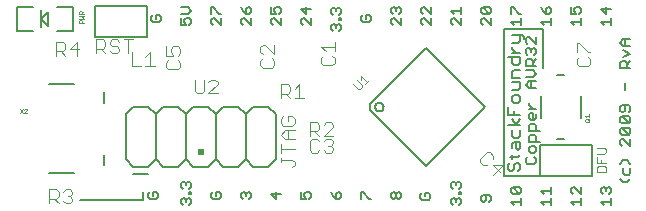
<source format=gto>
G75*
G70*
%OFA0B0*%
%FSLAX24Y24*%
%IPPOS*%
%LPD*%
%AMOC8*
5,1,8,0,0,1.08239X$1,22.5*
%
%ADD10C,0.0080*%
%ADD11C,0.0050*%
%ADD12C,0.0060*%
%ADD13C,0.0030*%
%ADD14C,0.0040*%
%ADD15C,0.0010*%
%ADD16R,0.0200X0.0200*%
D10*
X002994Y001297D02*
X005094Y001297D01*
X005094Y001557D01*
X005264Y002147D02*
X004764Y002147D01*
X003773Y002457D02*
X003773Y002811D01*
X002789Y002181D02*
X001962Y002181D01*
X003773Y004543D02*
X003773Y004897D01*
X002789Y005173D02*
X001962Y005173D01*
X002208Y006943D02*
X002759Y006943D01*
X002759Y007731D01*
X002208Y007731D01*
X001932Y007573D02*
X001696Y007337D01*
X001932Y007101D01*
X001932Y007573D01*
X001696Y007613D02*
X001696Y007337D01*
X001696Y007061D01*
X001420Y006943D02*
X000869Y006943D01*
X000869Y007731D01*
X001420Y007731D01*
X017114Y006997D02*
X017114Y002097D01*
X018314Y002097D01*
X018414Y005697D02*
X018414Y006997D01*
X017114Y006997D01*
D11*
X017382Y006810D02*
X017716Y006810D01*
X017782Y006744D01*
X017782Y006677D01*
X017839Y006667D02*
X017839Y006550D01*
X017897Y006492D01*
X017956Y006725D02*
X018189Y006492D01*
X018189Y006725D01*
X017956Y006725D02*
X017897Y006725D01*
X017839Y006667D01*
X017649Y006610D02*
X017649Y006810D01*
X017649Y006610D02*
X017582Y006543D01*
X017382Y006543D01*
X017382Y006398D02*
X017382Y006332D01*
X017516Y006198D01*
X017649Y006198D02*
X017382Y006198D01*
X017382Y006051D02*
X017382Y005851D01*
X017449Y005784D01*
X017582Y005784D01*
X017649Y005851D01*
X017649Y006051D01*
X017249Y006051D01*
X017839Y005930D02*
X017897Y005989D01*
X018014Y005989D01*
X018072Y005930D01*
X018072Y005755D01*
X018189Y005755D02*
X017839Y005755D01*
X017839Y005930D01*
X018072Y005872D02*
X018189Y005989D01*
X018131Y006124D02*
X018189Y006182D01*
X018189Y006299D01*
X018131Y006357D01*
X018072Y006357D01*
X018014Y006299D01*
X018014Y006240D01*
X018014Y006299D02*
X017956Y006357D01*
X017897Y006357D01*
X017839Y006299D01*
X017839Y006182D01*
X017897Y006124D01*
X017839Y005621D02*
X018072Y005621D01*
X018189Y005504D01*
X018072Y005387D01*
X017839Y005387D01*
X017956Y005252D02*
X018189Y005252D01*
X018014Y005252D02*
X018014Y005019D01*
X017956Y005019D02*
X018189Y005019D01*
X017956Y005019D02*
X017839Y005135D01*
X017956Y005252D01*
X017649Y005222D02*
X017382Y005222D01*
X017649Y005222D02*
X017649Y005022D01*
X017582Y004955D01*
X017382Y004955D01*
X017449Y004808D02*
X017382Y004741D01*
X017382Y004608D01*
X017449Y004541D01*
X017582Y004541D01*
X017649Y004608D01*
X017649Y004741D01*
X017582Y004808D01*
X017449Y004808D01*
X017956Y004519D02*
X017956Y004460D01*
X018072Y004344D01*
X017956Y004344D02*
X018189Y004344D01*
X018072Y004209D02*
X018072Y003975D01*
X018014Y003975D02*
X017956Y004034D01*
X017956Y004150D01*
X018014Y004209D01*
X018072Y004209D01*
X018189Y004150D02*
X018189Y004034D01*
X018131Y003975D01*
X018014Y003975D01*
X018345Y004043D02*
X018345Y004751D01*
X017249Y004393D02*
X017249Y004126D01*
X017649Y004126D01*
X017449Y004126D02*
X017449Y004260D01*
X017382Y003981D02*
X017516Y003781D01*
X017649Y003981D01*
X017649Y003781D02*
X017249Y003781D01*
X017382Y003634D02*
X017382Y003434D01*
X017449Y003367D01*
X017582Y003367D01*
X017649Y003434D01*
X017649Y003634D01*
X017956Y003607D02*
X017956Y003782D01*
X018014Y003840D01*
X018131Y003840D01*
X018189Y003782D01*
X018189Y003607D01*
X018306Y003607D02*
X017956Y003607D01*
X018014Y003472D02*
X017956Y003414D01*
X017956Y003239D01*
X018306Y003239D01*
X018189Y003239D02*
X018189Y003414D01*
X018131Y003472D01*
X018014Y003472D01*
X017649Y003219D02*
X017449Y003219D01*
X017382Y003153D01*
X017382Y003019D01*
X017516Y003019D02*
X017516Y003219D01*
X017649Y003219D02*
X017649Y003019D01*
X017582Y002953D01*
X017516Y003019D01*
X017649Y002810D02*
X017582Y002743D01*
X017315Y002743D01*
X017382Y002676D02*
X017382Y002810D01*
X017839Y002677D02*
X017839Y002560D01*
X017897Y002502D01*
X018131Y002502D01*
X018189Y002560D01*
X018189Y002677D01*
X018131Y002736D01*
X018131Y002870D02*
X018189Y002929D01*
X018189Y003045D01*
X018131Y003104D01*
X018014Y003104D01*
X017956Y003045D01*
X017956Y002929D01*
X018014Y002870D01*
X018131Y002870D01*
X017897Y002736D02*
X017839Y002677D01*
X017649Y002462D02*
X017649Y002329D01*
X017582Y002262D01*
X017449Y002329D02*
X017449Y002462D01*
X017516Y002529D01*
X017582Y002529D01*
X017649Y002462D01*
X017449Y002329D02*
X017382Y002262D01*
X017315Y002262D01*
X017249Y002329D01*
X017249Y002462D01*
X017315Y002529D01*
X018328Y002105D02*
X018328Y003129D01*
X020060Y003129D01*
X020060Y002105D01*
X018328Y002105D01*
X020979Y001999D02*
X021096Y001882D01*
X021212Y001882D01*
X021329Y001999D01*
X021271Y002128D02*
X021154Y002128D01*
X021096Y002186D01*
X021096Y002361D01*
X021329Y002361D02*
X021329Y002186D01*
X021271Y002128D01*
X021329Y002496D02*
X021212Y002613D01*
X021096Y002613D01*
X020979Y002496D01*
X021037Y003110D02*
X020979Y003168D01*
X020979Y003285D01*
X021037Y003343D01*
X021096Y003343D01*
X021329Y003110D01*
X021329Y003343D01*
X021271Y003478D02*
X021037Y003478D01*
X020979Y003536D01*
X020979Y003653D01*
X021037Y003711D01*
X021271Y003478D01*
X021329Y003536D01*
X021329Y003653D01*
X021271Y003711D01*
X021037Y003711D01*
X021037Y003846D02*
X020979Y003905D01*
X020979Y004021D01*
X021037Y004080D01*
X021271Y003846D01*
X021329Y003905D01*
X021329Y004021D01*
X021271Y004080D01*
X021037Y004080D01*
X021037Y004215D02*
X020979Y004273D01*
X020979Y004390D01*
X021037Y004448D01*
X021271Y004448D01*
X021329Y004390D01*
X021329Y004273D01*
X021271Y004215D01*
X021154Y004273D02*
X021154Y004448D01*
X021154Y004273D02*
X021096Y004215D01*
X021037Y004215D01*
X021037Y003846D02*
X021271Y003846D01*
X019683Y004043D02*
X019683Y004751D01*
X021154Y004951D02*
X021154Y005185D01*
X021212Y005688D02*
X021212Y005863D01*
X021154Y005921D01*
X021037Y005921D01*
X020979Y005863D01*
X020979Y005688D01*
X021329Y005688D01*
X021212Y005805D02*
X021329Y005921D01*
X021329Y006173D02*
X021096Y006056D01*
X021096Y006290D02*
X021329Y006173D01*
X021329Y006424D02*
X021096Y006424D01*
X020979Y006541D01*
X021096Y006658D01*
X021329Y006658D01*
X021154Y006658D02*
X021154Y006424D01*
X019132Y005460D02*
X018896Y005460D01*
X017649Y005369D02*
X017382Y005369D01*
X017382Y005570D01*
X017449Y005636D01*
X017649Y005636D01*
X018896Y003334D02*
X019132Y003334D01*
X005200Y006745D02*
X005200Y007769D01*
X003468Y007769D01*
X003468Y006745D01*
X005200Y006745D01*
D12*
X005400Y007227D02*
X005627Y007227D01*
X005684Y007284D01*
X005684Y007397D01*
X005627Y007454D01*
X005514Y007454D01*
X005514Y007340D01*
X005400Y007227D02*
X005344Y007284D01*
X005344Y007397D01*
X005400Y007454D01*
X006344Y007495D02*
X006571Y007495D01*
X006684Y007609D01*
X006571Y007722D01*
X006344Y007722D01*
X006344Y007354D02*
X006344Y007127D01*
X006514Y007127D01*
X006457Y007240D01*
X006457Y007297D01*
X006514Y007354D01*
X006627Y007354D01*
X006684Y007297D01*
X006684Y007184D01*
X006627Y007127D01*
X007344Y007184D02*
X007400Y007127D01*
X007344Y007184D02*
X007344Y007297D01*
X007400Y007354D01*
X007457Y007354D01*
X007684Y007127D01*
X007684Y007354D01*
X007684Y007495D02*
X007627Y007495D01*
X007400Y007722D01*
X007344Y007722D01*
X007344Y007495D01*
X008344Y007297D02*
X008344Y007184D01*
X008400Y007127D01*
X008344Y007297D02*
X008400Y007354D01*
X008457Y007354D01*
X008684Y007127D01*
X008684Y007354D01*
X008627Y007495D02*
X008684Y007552D01*
X008684Y007665D01*
X008627Y007722D01*
X008571Y007722D01*
X008514Y007665D01*
X008514Y007495D01*
X008627Y007495D01*
X008514Y007495D02*
X008400Y007609D01*
X008344Y007722D01*
X009344Y007722D02*
X009344Y007495D01*
X009514Y007495D01*
X009457Y007609D01*
X009457Y007665D01*
X009514Y007722D01*
X009627Y007722D01*
X009684Y007665D01*
X009684Y007552D01*
X009627Y007495D01*
X009684Y007354D02*
X009684Y007127D01*
X009457Y007354D01*
X009400Y007354D01*
X009344Y007297D01*
X009344Y007184D01*
X009400Y007127D01*
X010344Y007184D02*
X010400Y007127D01*
X010344Y007184D02*
X010344Y007297D01*
X010400Y007354D01*
X010457Y007354D01*
X010684Y007127D01*
X010684Y007354D01*
X010514Y007495D02*
X010514Y007722D01*
X010684Y007665D02*
X010344Y007665D01*
X010514Y007495D01*
X011344Y007536D02*
X011400Y007479D01*
X011344Y007536D02*
X011344Y007650D01*
X011400Y007706D01*
X011457Y007706D01*
X011514Y007650D01*
X011571Y007706D01*
X011627Y007706D01*
X011684Y007650D01*
X011684Y007536D01*
X011627Y007479D01*
X011627Y007352D02*
X011684Y007352D01*
X011684Y007295D01*
X011627Y007295D01*
X011627Y007352D01*
X011514Y007593D02*
X011514Y007650D01*
X012344Y007397D02*
X012344Y007284D01*
X012400Y007227D01*
X012627Y007227D01*
X012684Y007284D01*
X012684Y007397D01*
X012627Y007454D01*
X012514Y007454D01*
X012514Y007340D01*
X012400Y007454D02*
X012344Y007397D01*
X011684Y007097D02*
X011684Y006984D01*
X011627Y006927D01*
X011514Y007040D02*
X011514Y007097D01*
X011571Y007154D01*
X011627Y007154D01*
X011684Y007097D01*
X011514Y007097D02*
X011457Y007154D01*
X011400Y007154D01*
X011344Y007097D01*
X011344Y006984D01*
X011400Y006927D01*
X013344Y007184D02*
X013400Y007127D01*
X013344Y007184D02*
X013344Y007297D01*
X013400Y007354D01*
X013457Y007354D01*
X013684Y007127D01*
X013684Y007354D01*
X013627Y007495D02*
X013684Y007552D01*
X013684Y007665D01*
X013627Y007722D01*
X013571Y007722D01*
X013514Y007665D01*
X013514Y007609D01*
X013514Y007665D02*
X013457Y007722D01*
X013400Y007722D01*
X013344Y007665D01*
X013344Y007552D01*
X013400Y007495D01*
X014344Y007552D02*
X014400Y007495D01*
X014344Y007552D02*
X014344Y007665D01*
X014400Y007722D01*
X014457Y007722D01*
X014684Y007495D01*
X014684Y007722D01*
X015344Y007609D02*
X015684Y007609D01*
X015684Y007722D02*
X015684Y007495D01*
X015684Y007354D02*
X015684Y007127D01*
X015457Y007354D01*
X015400Y007354D01*
X015344Y007297D01*
X015344Y007184D01*
X015400Y007127D01*
X015457Y007495D02*
X015344Y007609D01*
X014684Y007354D02*
X014684Y007127D01*
X014457Y007354D01*
X014400Y007354D01*
X014344Y007297D01*
X014344Y007184D01*
X014400Y007127D01*
X014514Y006377D02*
X012640Y004503D01*
X012640Y004291D01*
X014514Y002417D01*
X016494Y004397D01*
X014514Y006377D01*
X016344Y007184D02*
X016400Y007127D01*
X016344Y007184D02*
X016344Y007297D01*
X016400Y007354D01*
X016457Y007354D01*
X016684Y007127D01*
X016684Y007354D01*
X016627Y007495D02*
X016400Y007722D01*
X016627Y007722D01*
X016684Y007665D01*
X016684Y007552D01*
X016627Y007495D01*
X016400Y007495D01*
X016344Y007552D01*
X016344Y007665D01*
X016400Y007722D01*
X017344Y007722D02*
X017344Y007495D01*
X017400Y007722D02*
X017627Y007495D01*
X017684Y007495D01*
X017684Y007354D02*
X017684Y007127D01*
X017684Y007240D02*
X017344Y007240D01*
X017457Y007127D01*
X018344Y007240D02*
X018684Y007240D01*
X018684Y007127D02*
X018684Y007354D01*
X018627Y007495D02*
X018514Y007495D01*
X018514Y007665D01*
X018571Y007722D01*
X018627Y007722D01*
X018684Y007665D01*
X018684Y007552D01*
X018627Y007495D01*
X018514Y007495D02*
X018400Y007609D01*
X018344Y007722D01*
X017400Y007722D02*
X017344Y007722D01*
X018344Y007240D02*
X018457Y007127D01*
X019344Y007240D02*
X019457Y007127D01*
X019344Y007240D02*
X019684Y007240D01*
X019684Y007127D02*
X019684Y007354D01*
X019627Y007495D02*
X019684Y007552D01*
X019684Y007665D01*
X019627Y007722D01*
X019514Y007722D01*
X019457Y007665D01*
X019457Y007609D01*
X019514Y007495D01*
X019344Y007495D01*
X019344Y007722D01*
X020344Y007665D02*
X020514Y007495D01*
X020514Y007722D01*
X020684Y007665D02*
X020344Y007665D01*
X020684Y007354D02*
X020684Y007127D01*
X020684Y007240D02*
X020344Y007240D01*
X020457Y007127D01*
X012817Y004397D02*
X012819Y004420D01*
X012825Y004443D01*
X012834Y004464D01*
X012847Y004484D01*
X012863Y004501D01*
X012881Y004515D01*
X012901Y004526D01*
X012923Y004534D01*
X012946Y004538D01*
X012970Y004538D01*
X012993Y004534D01*
X013015Y004526D01*
X013035Y004515D01*
X013053Y004501D01*
X013069Y004484D01*
X013082Y004464D01*
X013091Y004443D01*
X013097Y004420D01*
X013099Y004397D01*
X013097Y004374D01*
X013091Y004351D01*
X013082Y004330D01*
X013069Y004310D01*
X013053Y004293D01*
X013035Y004279D01*
X013015Y004268D01*
X012993Y004260D01*
X012970Y004256D01*
X012946Y004256D01*
X012923Y004260D01*
X012901Y004268D01*
X012881Y004279D01*
X012863Y004293D01*
X012847Y004310D01*
X012834Y004330D01*
X012825Y004351D01*
X012819Y004374D01*
X012817Y004397D01*
X009514Y004147D02*
X009514Y002647D01*
X009264Y002397D01*
X008764Y002397D01*
X008514Y002647D01*
X008514Y004147D01*
X008764Y004397D01*
X009264Y004397D01*
X009514Y004147D01*
X008514Y004147D02*
X008264Y004397D01*
X007764Y004397D01*
X007514Y004147D01*
X007514Y002647D01*
X007764Y002397D01*
X008264Y002397D01*
X008514Y002647D01*
X007514Y002647D02*
X007264Y002397D01*
X006764Y002397D01*
X006514Y002647D01*
X006514Y004147D01*
X006764Y004397D01*
X007264Y004397D01*
X007514Y004147D01*
X006514Y004147D02*
X006264Y004397D01*
X005764Y004397D01*
X005514Y004147D01*
X005514Y002647D01*
X005764Y002397D01*
X006264Y002397D01*
X006514Y002647D01*
X005514Y002647D02*
X005264Y002397D01*
X004764Y002397D01*
X004514Y002647D01*
X004514Y004147D01*
X004764Y004397D01*
X005264Y004397D01*
X005514Y004147D01*
X006400Y001906D02*
X006457Y001906D01*
X006514Y001850D01*
X006571Y001906D01*
X006627Y001906D01*
X006684Y001850D01*
X006684Y001736D01*
X006627Y001679D01*
X006514Y001793D02*
X006514Y001850D01*
X006400Y001906D02*
X006344Y001850D01*
X006344Y001736D01*
X006400Y001679D01*
X006627Y001552D02*
X006684Y001552D01*
X006684Y001495D01*
X006627Y001495D01*
X006627Y001552D01*
X006627Y001354D02*
X006684Y001297D01*
X006684Y001184D01*
X006627Y001127D01*
X006400Y001127D02*
X006344Y001184D01*
X006344Y001297D01*
X006400Y001354D01*
X006457Y001354D01*
X006514Y001297D01*
X006571Y001354D01*
X006627Y001354D01*
X006514Y001297D02*
X006514Y001240D01*
X007344Y001384D02*
X007344Y001497D01*
X007400Y001554D01*
X007514Y001554D02*
X007514Y001440D01*
X007514Y001554D02*
X007627Y001554D01*
X007684Y001497D01*
X007684Y001384D01*
X007627Y001327D01*
X007400Y001327D01*
X007344Y001384D01*
X008344Y001384D02*
X008344Y001497D01*
X008400Y001554D01*
X008457Y001554D01*
X008514Y001497D01*
X008571Y001554D01*
X008627Y001554D01*
X008684Y001497D01*
X008684Y001384D01*
X008627Y001327D01*
X008514Y001440D02*
X008514Y001497D01*
X008400Y001327D02*
X008344Y001384D01*
X009344Y001497D02*
X009514Y001327D01*
X009514Y001554D01*
X009684Y001497D02*
X009344Y001497D01*
X010344Y001554D02*
X010344Y001327D01*
X010514Y001327D01*
X010457Y001440D01*
X010457Y001497D01*
X010514Y001554D01*
X010627Y001554D01*
X010684Y001497D01*
X010684Y001384D01*
X010627Y001327D01*
X011344Y001554D02*
X011400Y001440D01*
X011514Y001327D01*
X011514Y001497D01*
X011571Y001554D01*
X011627Y001554D01*
X011684Y001497D01*
X011684Y001384D01*
X011627Y001327D01*
X011514Y001327D01*
X012344Y001327D02*
X012344Y001554D01*
X012400Y001554D01*
X012627Y001327D01*
X012684Y001327D01*
X013344Y001384D02*
X013344Y001497D01*
X013400Y001554D01*
X013457Y001554D01*
X013514Y001497D01*
X013514Y001384D01*
X013457Y001327D01*
X013400Y001327D01*
X013344Y001384D01*
X013514Y001384D02*
X013571Y001327D01*
X013627Y001327D01*
X013684Y001384D01*
X013684Y001497D01*
X013627Y001554D01*
X013571Y001554D01*
X013514Y001497D01*
X014324Y001477D02*
X014324Y001364D01*
X014380Y001307D01*
X014607Y001307D01*
X014664Y001364D01*
X014664Y001477D01*
X014607Y001534D01*
X014494Y001534D01*
X014494Y001420D01*
X014380Y001534D02*
X014324Y001477D01*
X015344Y001297D02*
X015344Y001184D01*
X015400Y001127D01*
X015627Y001127D02*
X015684Y001184D01*
X015684Y001297D01*
X015627Y001354D01*
X015571Y001354D01*
X015514Y001297D01*
X015514Y001240D01*
X015514Y001297D02*
X015457Y001354D01*
X015400Y001354D01*
X015344Y001297D01*
X015627Y001495D02*
X015627Y001552D01*
X015684Y001552D01*
X015684Y001495D01*
X015627Y001495D01*
X015627Y001679D02*
X015684Y001736D01*
X015684Y001850D01*
X015627Y001906D01*
X015571Y001906D01*
X015514Y001850D01*
X015514Y001793D01*
X015514Y001850D02*
X015457Y001906D01*
X015400Y001906D01*
X015344Y001850D01*
X015344Y001736D01*
X015400Y001679D01*
X016344Y001397D02*
X016344Y001284D01*
X016400Y001227D01*
X016457Y001227D01*
X016514Y001284D01*
X016514Y001454D01*
X016627Y001454D02*
X016400Y001454D01*
X016344Y001397D01*
X016627Y001454D02*
X016684Y001397D01*
X016684Y001284D01*
X016627Y001227D01*
X017344Y001240D02*
X017457Y001127D01*
X017684Y001127D02*
X017684Y001354D01*
X017684Y001240D02*
X017344Y001240D01*
X017400Y001495D02*
X017344Y001552D01*
X017344Y001665D01*
X017400Y001722D01*
X017627Y001495D01*
X017684Y001552D01*
X017684Y001665D01*
X017627Y001722D01*
X017400Y001722D01*
X017400Y001495D02*
X017627Y001495D01*
X018344Y001609D02*
X018684Y001609D01*
X018684Y001722D02*
X018684Y001495D01*
X018457Y001495D02*
X018344Y001609D01*
X018684Y001354D02*
X018684Y001127D01*
X018457Y001127D02*
X018344Y001240D01*
X018684Y001240D01*
X019344Y001240D02*
X019457Y001127D01*
X019684Y001127D02*
X019684Y001354D01*
X019684Y001240D02*
X019344Y001240D01*
X019400Y001495D02*
X019344Y001552D01*
X019344Y001665D01*
X019400Y001722D01*
X019457Y001722D01*
X019684Y001495D01*
X019684Y001722D01*
X020344Y001665D02*
X020344Y001552D01*
X020400Y001495D01*
X020514Y001609D02*
X020514Y001665D01*
X020571Y001722D01*
X020627Y001722D01*
X020684Y001665D01*
X020684Y001552D01*
X020627Y001495D01*
X020684Y001354D02*
X020684Y001127D01*
X020457Y001127D02*
X020344Y001240D01*
X020684Y001240D01*
X020514Y001665D02*
X020457Y001722D01*
X020400Y001722D01*
X020344Y001665D01*
X005584Y001497D02*
X005584Y001384D01*
X005527Y001327D01*
X005300Y001327D01*
X005244Y001384D01*
X005244Y001497D01*
X005300Y001554D01*
X005414Y001554D02*
X005414Y001440D01*
X005414Y001554D02*
X005527Y001554D01*
X005584Y001497D01*
D13*
X012081Y005154D02*
X012252Y004983D01*
X012321Y004983D01*
X012389Y005051D01*
X012389Y005119D01*
X012218Y005291D01*
X012358Y005294D02*
X012358Y005430D01*
X012563Y005225D01*
X012495Y005157D02*
X012632Y005294D01*
X020218Y003028D02*
X020460Y003028D01*
X020508Y002980D01*
X020508Y002883D01*
X020460Y002835D01*
X020218Y002835D01*
X020218Y002733D02*
X020218Y002540D01*
X020508Y002540D01*
X020363Y002540D02*
X020363Y002637D01*
X020267Y002439D02*
X020218Y002390D01*
X020218Y002245D01*
X020508Y002245D01*
X020508Y002390D01*
X020460Y002439D01*
X020267Y002439D01*
D14*
X001964Y001647D02*
X001964Y001187D01*
X002117Y001340D02*
X002271Y001187D01*
X002424Y001264D02*
X002501Y001187D01*
X002655Y001187D01*
X002731Y001264D01*
X002731Y001340D01*
X002655Y001417D01*
X002578Y001417D01*
X002655Y001417D02*
X002731Y001494D01*
X002731Y001571D01*
X002655Y001647D01*
X002501Y001647D01*
X002424Y001571D01*
X002271Y001571D02*
X002271Y001417D01*
X002194Y001340D01*
X001964Y001340D01*
X002194Y001647D02*
X002271Y001571D01*
X002194Y001647D02*
X001964Y001647D01*
X009674Y002549D02*
X009674Y002702D01*
X009674Y002626D02*
X010057Y002626D01*
X010134Y002549D01*
X010134Y002472D01*
X010057Y002395D01*
X009674Y002856D02*
X009674Y003163D01*
X009827Y003316D02*
X009674Y003470D01*
X009827Y003623D01*
X010134Y003623D01*
X009904Y003623D02*
X009904Y003316D01*
X009827Y003316D02*
X010134Y003316D01*
X010134Y003009D02*
X009674Y003009D01*
X010643Y002954D02*
X010720Y002877D01*
X010873Y002877D01*
X010950Y002954D01*
X011104Y002954D02*
X011180Y002877D01*
X011334Y002877D01*
X011411Y002954D01*
X011411Y003030D01*
X011334Y003107D01*
X011257Y003107D01*
X011334Y003107D02*
X011411Y003184D01*
X011411Y003261D01*
X011334Y003337D01*
X011180Y003337D01*
X011104Y003261D01*
X010950Y003261D02*
X010873Y003337D01*
X010720Y003337D01*
X010643Y003261D01*
X010643Y002954D01*
X010643Y003427D02*
X010643Y003887D01*
X010873Y003887D01*
X010950Y003811D01*
X010950Y003657D01*
X010873Y003580D01*
X010643Y003580D01*
X010797Y003580D02*
X010950Y003427D01*
X011104Y003427D02*
X011411Y003734D01*
X011411Y003811D01*
X011334Y003887D01*
X011180Y003887D01*
X011104Y003811D01*
X011104Y003427D02*
X011411Y003427D01*
X010134Y003853D02*
X010134Y004007D01*
X010057Y004083D01*
X009904Y004083D01*
X009904Y003930D01*
X010057Y003777D02*
X009750Y003777D01*
X009674Y003853D01*
X009674Y004007D01*
X009750Y004083D01*
X010057Y003777D02*
X010134Y003853D01*
X010144Y004687D02*
X010451Y004687D01*
X010297Y004687D02*
X010297Y005147D01*
X010144Y004994D01*
X009990Y005071D02*
X009990Y004917D01*
X009913Y004840D01*
X009683Y004840D01*
X009837Y004840D02*
X009990Y004687D01*
X009683Y004687D02*
X009683Y005147D01*
X009913Y005147D01*
X009990Y005071D01*
X009377Y005707D02*
X009070Y005707D01*
X008994Y005784D01*
X008994Y005937D01*
X009070Y006014D01*
X009070Y006167D02*
X008994Y006244D01*
X008994Y006398D01*
X009070Y006474D01*
X009147Y006474D01*
X009454Y006167D01*
X009454Y006474D01*
X009377Y006014D02*
X009454Y005937D01*
X009454Y005784D01*
X009377Y005707D01*
X011014Y005864D02*
X011090Y005787D01*
X011397Y005787D01*
X011474Y005864D01*
X011474Y006017D01*
X011397Y006094D01*
X011090Y006094D02*
X011014Y006017D01*
X011014Y005864D01*
X011167Y006247D02*
X011014Y006401D01*
X011474Y006401D01*
X011474Y006554D02*
X011474Y006247D01*
X007571Y005231D02*
X007571Y005154D01*
X007264Y004847D01*
X007571Y004847D01*
X007111Y004924D02*
X007034Y004847D01*
X006881Y004847D01*
X006804Y004924D01*
X006804Y005307D01*
X007111Y005307D02*
X007111Y004924D01*
X007264Y005231D02*
X007341Y005307D01*
X007495Y005307D01*
X007571Y005231D01*
X006314Y005724D02*
X006314Y005877D01*
X006237Y005954D01*
X006237Y006107D02*
X006314Y006184D01*
X006314Y006338D01*
X006237Y006414D01*
X006084Y006414D01*
X006007Y006338D01*
X006007Y006261D01*
X006084Y006107D01*
X005854Y006107D01*
X005854Y006414D01*
X005318Y006227D02*
X005318Y005767D01*
X005471Y005767D02*
X005164Y005767D01*
X005011Y005767D02*
X004704Y005767D01*
X004704Y006227D01*
X004594Y006186D02*
X004594Y006647D01*
X004747Y006647D02*
X004440Y006647D01*
X004287Y006570D02*
X004210Y006647D01*
X004057Y006647D01*
X003980Y006570D01*
X003980Y006493D01*
X004057Y006417D01*
X004210Y006417D01*
X004287Y006340D01*
X004287Y006263D01*
X004210Y006186D01*
X004057Y006186D01*
X003980Y006263D01*
X003827Y006186D02*
X003673Y006340D01*
X003750Y006340D02*
X003520Y006340D01*
X003750Y006340D02*
X003827Y006417D01*
X003827Y006570D01*
X003750Y006647D01*
X003520Y006647D01*
X003520Y006186D01*
X002951Y006337D02*
X002644Y006337D01*
X002874Y006567D01*
X002874Y006107D01*
X002490Y006107D02*
X002337Y006260D01*
X002413Y006260D02*
X002183Y006260D01*
X002413Y006260D02*
X002490Y006337D01*
X002490Y006491D01*
X002413Y006567D01*
X002183Y006567D01*
X002183Y006107D01*
X005164Y006074D02*
X005318Y006227D01*
X005854Y005877D02*
X005930Y005954D01*
X005854Y005877D02*
X005854Y005724D01*
X005930Y005647D01*
X006237Y005647D01*
X006314Y005724D01*
X016321Y002671D02*
X016321Y002562D01*
X016430Y002454D01*
X016538Y002454D01*
X016755Y002454D02*
X016972Y002237D01*
X016755Y002128D02*
X017081Y002454D01*
X016755Y002454D01*
X016755Y002671D02*
X016755Y002779D01*
X016647Y002888D01*
X016538Y002888D01*
X016321Y002671D01*
X019534Y005843D02*
X019610Y005766D01*
X019917Y005766D01*
X019994Y005843D01*
X019994Y005996D01*
X019917Y006073D01*
X019610Y006073D02*
X019534Y005996D01*
X019534Y005843D01*
X019534Y006227D02*
X019534Y006534D01*
X019610Y006534D01*
X019917Y006227D01*
X019994Y006227D01*
D15*
X019959Y004149D02*
X019959Y004049D01*
X019959Y004002D02*
X019909Y003952D01*
X019934Y003902D02*
X019834Y003902D01*
X019809Y003927D01*
X019809Y003977D01*
X019834Y004002D01*
X019934Y004002D01*
X019959Y003977D01*
X019959Y003927D01*
X019934Y003902D01*
X019859Y004049D02*
X019809Y004099D01*
X019959Y004099D01*
X003099Y007190D02*
X002949Y007190D01*
X002949Y007265D01*
X002974Y007290D01*
X003024Y007290D01*
X003049Y007265D01*
X003049Y007190D01*
X003099Y007337D02*
X002949Y007337D01*
X003049Y007387D02*
X003099Y007437D01*
X002949Y007437D01*
X002949Y007485D02*
X002949Y007560D01*
X002974Y007585D01*
X003024Y007585D01*
X003049Y007560D01*
X003049Y007485D01*
X003049Y007535D02*
X003099Y007585D01*
X003099Y007485D02*
X002949Y007485D01*
X003049Y007387D02*
X003099Y007337D01*
X001201Y004332D02*
X001151Y004332D01*
X001126Y004307D01*
X001079Y004332D02*
X000979Y004182D01*
X001079Y004182D02*
X000979Y004332D01*
X001126Y004182D02*
X001226Y004282D01*
X001226Y004307D01*
X001201Y004332D01*
X001226Y004182D02*
X001126Y004182D01*
D16*
X007014Y002897D03*
M02*

</source>
